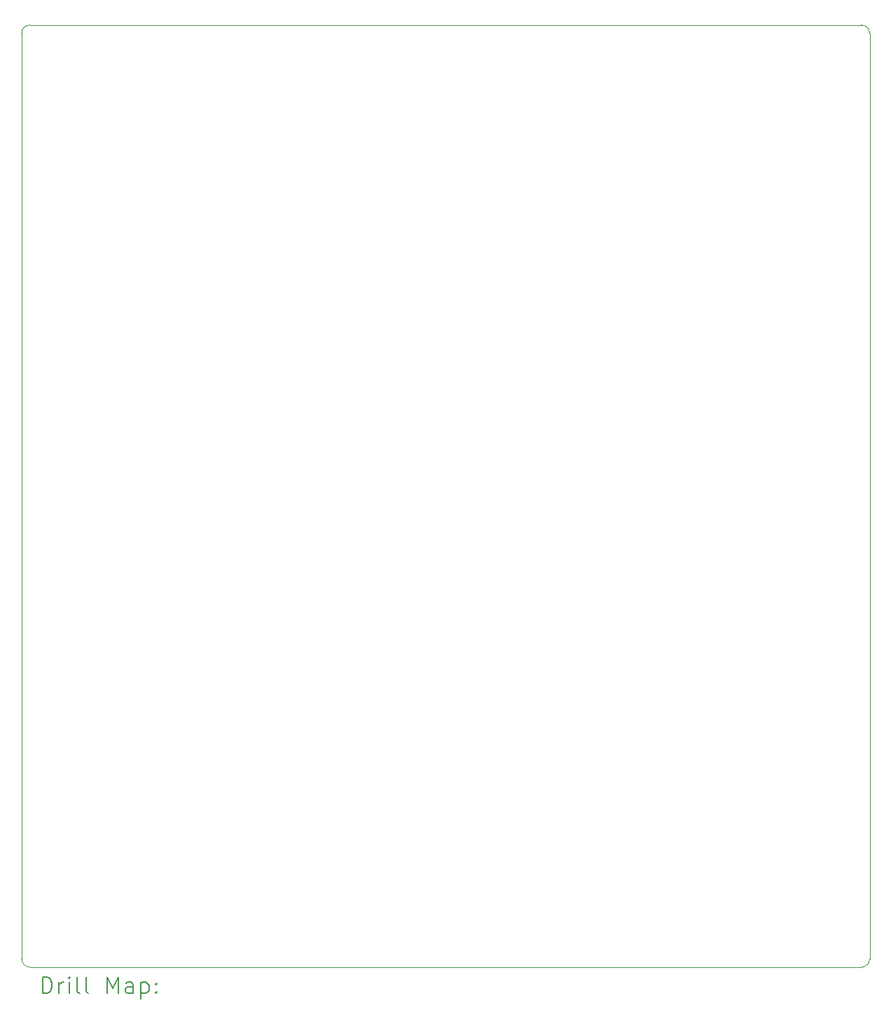
<source format=gbr>
%TF.GenerationSoftware,KiCad,Pcbnew,(6.0.8)*%
%TF.CreationDate,2024-02-14T03:57:18+01:00*%
%TF.ProjectId,pdms,70646d73-2e6b-4696-9361-645f70636258,rev?*%
%TF.SameCoordinates,Original*%
%TF.FileFunction,Drillmap*%
%TF.FilePolarity,Positive*%
%FSLAX45Y45*%
G04 Gerber Fmt 4.5, Leading zero omitted, Abs format (unit mm)*
G04 Created by KiCad (PCBNEW (6.0.8)) date 2024-02-14 03:57:18*
%MOMM*%
%LPD*%
G01*
G04 APERTURE LIST*
%ADD10C,0.100000*%
%ADD11C,0.200000*%
G04 APERTURE END LIST*
D10*
X11896169Y-16175129D02*
X11896169Y-4994129D01*
X1645711Y-4993289D02*
X1645711Y-16174289D01*
X11896171Y-4994129D02*
G75*
G03*
X11796169Y-4894129I-100001J-1D01*
G01*
X1745711Y-16274289D02*
X11796169Y-16275129D01*
X1745711Y-4893291D02*
G75*
G03*
X1645711Y-4993289I-1J-99999D01*
G01*
X11796169Y-4894129D02*
X1745711Y-4893289D01*
X1645711Y-16174289D02*
G75*
G03*
X1745711Y-16274289I99999J-1D01*
G01*
X11796169Y-16275129D02*
G75*
G03*
X11896169Y-16175129I1J99999D01*
G01*
D11*
X1898330Y-16590605D02*
X1898330Y-16390605D01*
X1945949Y-16390605D01*
X1974520Y-16400129D01*
X1993568Y-16419176D01*
X2003092Y-16438224D01*
X2012615Y-16476319D01*
X2012615Y-16504890D01*
X2003092Y-16542986D01*
X1993568Y-16562033D01*
X1974520Y-16581081D01*
X1945949Y-16590605D01*
X1898330Y-16590605D01*
X2098330Y-16590605D02*
X2098330Y-16457271D01*
X2098330Y-16495367D02*
X2107854Y-16476319D01*
X2117377Y-16466795D01*
X2136425Y-16457271D01*
X2155473Y-16457271D01*
X2222139Y-16590605D02*
X2222139Y-16457271D01*
X2222139Y-16390605D02*
X2212615Y-16400129D01*
X2222139Y-16409652D01*
X2231663Y-16400129D01*
X2222139Y-16390605D01*
X2222139Y-16409652D01*
X2345949Y-16590605D02*
X2326901Y-16581081D01*
X2317377Y-16562033D01*
X2317377Y-16390605D01*
X2450711Y-16590605D02*
X2431663Y-16581081D01*
X2422139Y-16562033D01*
X2422139Y-16390605D01*
X2679282Y-16590605D02*
X2679282Y-16390605D01*
X2745949Y-16533462D01*
X2812615Y-16390605D01*
X2812615Y-16590605D01*
X2993568Y-16590605D02*
X2993568Y-16485843D01*
X2984044Y-16466795D01*
X2964996Y-16457271D01*
X2926901Y-16457271D01*
X2907853Y-16466795D01*
X2993568Y-16581081D02*
X2974520Y-16590605D01*
X2926901Y-16590605D01*
X2907853Y-16581081D01*
X2898330Y-16562033D01*
X2898330Y-16542986D01*
X2907853Y-16523938D01*
X2926901Y-16514414D01*
X2974520Y-16514414D01*
X2993568Y-16504890D01*
X3088806Y-16457271D02*
X3088806Y-16657271D01*
X3088806Y-16466795D02*
X3107853Y-16457271D01*
X3145949Y-16457271D01*
X3164996Y-16466795D01*
X3174520Y-16476319D01*
X3184044Y-16495367D01*
X3184044Y-16552509D01*
X3174520Y-16571557D01*
X3164996Y-16581081D01*
X3145949Y-16590605D01*
X3107853Y-16590605D01*
X3088806Y-16581081D01*
X3269758Y-16571557D02*
X3279282Y-16581081D01*
X3269758Y-16590605D01*
X3260234Y-16581081D01*
X3269758Y-16571557D01*
X3269758Y-16590605D01*
X3269758Y-16466795D02*
X3279282Y-16476319D01*
X3269758Y-16485843D01*
X3260234Y-16476319D01*
X3269758Y-16466795D01*
X3269758Y-16485843D01*
M02*

</source>
